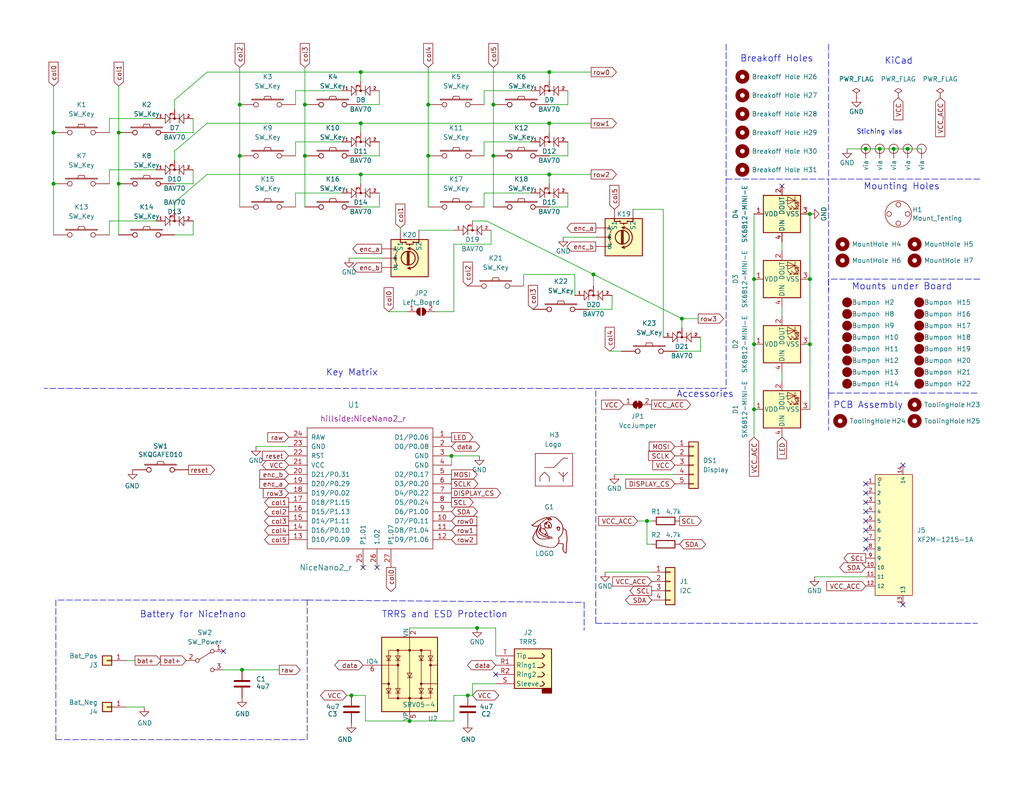
<source format=kicad_sch>
(kicad_sch (version 20211123) (generator eeschema)
  (paper "USLetter")
  (title_block (title "Hillside View 46 Keyboard") (date "2022-10-13") (rev "0.2.0") (company "ExAF") (comment 1 "SPI headers for the nice!view display and 12 pin connector for an I2C cirque trackpad") (comment 2 "The ring and pinky columns have splays of five and ten degrees.") (comment 3 "Outer pinky column is removable, and one encoder can be in two spots.") (comment 4 "A choc-spaced split keyboard with Ferris column stagger but more thumb and pinky keys."))
  (junction (at 83.185 28.575))
  (junction (at 205.74 76.2))
  (junction (at 66.04 182.88))
  (junction (at 186.055 86.995))
  (junction (at 205.74 93.98))
  (junction (at 111.76 196.85))
  (junction (at 32.385 50.165))
  (junction (at 149.86 47.625))
  (junction (at 161.925 74.93))
  (junction (at 243.84 40.64))
  (junction (at 220.98 93.98))
  (junction (at 134.62 42.545))
  (junction (at 127.635 189.865))
  (junction (at 65.405 28.575))
  (junction (at 123.19 124.46))
  (junction (at 65.405 42.545))
  (junction (at 205.74 111.76))
  (junction (at 14.605 50.165))
  (junction (at 130.175 171.45))
  (junction (at 116.84 42.545))
  (junction (at 32.385 36.195))
  (junction (at 98.425 19.685))
  (junction (at 83.185 42.545))
  (junction (at 149.86 19.685))
  (junction (at 149.86 33.655))
  (junction (at 134.62 28.575))
  (junction (at 247.65 40.64))
  (junction (at 14.605 36.195))
  (junction (at 98.425 47.625))
  (junction (at 116.84 28.575))
  (junction (at 95.885 189.865))
  (junction (at 240.03 40.64))
  (junction (at 98.425 33.655))
  (junction (at 220.98 76.2))
  (junction (at 236.22 40.64))
  (junction (at 220.98 58.42))
  (junction (at 176.53 142.24))
  (no_connect (at 213.36 50.8))
  (no_connect (at 102.87 154.94))
  (no_connect (at 135.255 184.15))
  (no_connect (at 246.38 165.1))
  (no_connect (at 236.22 134.62))
  (no_connect (at 236.22 137.16))
  (no_connect (at 236.22 139.7))
  (no_connect (at 236.22 132.08))
  (no_connect (at 236.22 149.86))
  (no_connect (at 236.22 142.24))
  (no_connect (at 236.22 144.78))
  (no_connect (at 236.22 147.32))
  (no_connect (at 246.38 127))
  (no_connect (at 99.06 154.94))
  (no_connect (at 60.96 177.8))
  (wire (pts (xy 172.72 57.15) (xy 180.975 57.15)))
  (wire (pts (xy 65.405 18.415) (xy 65.405 28.575)))
  (wire (pts (xy 47.625 27.305) (xy 56.515 19.685)))
  (wire (pts (xy 132.08 38.735) (xy 144.78 38.735)))
  (wire (pts (xy 83.185 18.415) (xy 83.185 28.575)))
  (wire (pts (xy 103.505 28.575) (xy 98.425 28.575)))
  (polyline (pts (xy 162.56 170.18) (xy 266.7 170.18)))
  (wire (pts (xy 123.825 85.09) (xy 118.745 85.09)))
  (wire (pts (xy 52.705 46.355) (xy 52.705 50.165)))
  (wire (pts (xy 154.94 28.575) (xy 154.94 24.765)))
  (wire (pts (xy 95.25 70.485) (xy 104.14 70.485)))
  (wire (pts (xy 127.635 189.865) (xy 128.905 189.865)))
  (wire (pts (xy 205.74 119.38) (xy 205.74 111.76)))
  (wire (pts (xy 32.385 36.195) (xy 32.385 50.165)))
  (wire (pts (xy 123.825 196.85) (xy 123.825 189.865)))
  (wire (pts (xy 32.385 50.165) (xy 32.385 64.135)))
  (wire (pts (xy 95.885 189.865) (xy 99.695 189.865)))
  (wire (pts (xy 56.515 19.685) (xy 98.425 19.685)))
  (polyline (pts (xy 198.12 12.065) (xy 198.12 106.045)))
  (wire (pts (xy 116.84 56.515) (xy 116.84 42.545)))
  (wire (pts (xy 156.845 74.93) (xy 156.845 80.645)))
  (wire (pts (xy 106.045 85.09) (xy 111.125 85.09)))
  (wire (pts (xy 176.53 148.59) (xy 177.8 148.59)))
  (wire (pts (xy 60.96 182.88) (xy 66.04 182.88)))
  (wire (pts (xy 123.19 124.46) (xy 123.19 127)))
  (wire (pts (xy 98.425 50.165) (xy 98.425 47.625)))
  (wire (pts (xy 154.94 42.545) (xy 149.86 42.545)))
  (wire (pts (xy 109.22 62.23) (xy 109.22 62.865)))
  (wire (pts (xy 205.74 76.2) (xy 205.74 58.42)))
  (wire (pts (xy 180.975 92.075) (xy 180.975 57.15)))
  (wire (pts (xy 65.405 56.515) (xy 65.405 42.545)))
  (wire (pts (xy 80.645 24.765) (xy 93.345 24.765)))
  (wire (pts (xy 132.715 60.325) (xy 161.925 74.93)))
  (wire (pts (xy 52.705 64.135) (xy 47.625 64.135)))
  (wire (pts (xy 14.605 36.195) (xy 14.605 50.165)))
  (wire (pts (xy 98.425 22.225) (xy 98.425 19.685)))
  (wire (pts (xy 205.74 111.76) (xy 205.74 93.98)))
  (wire (pts (xy 83.185 28.575) (xy 83.185 42.545)))
  (polyline (pts (xy 83.82 163.83) (xy 15.24 163.83)))
  (wire (pts (xy 186.055 86.995) (xy 186.055 89.535)))
  (wire (pts (xy 191.135 95.885) (xy 184.785 95.885)))
  (wire (pts (xy 165.1 156.21) (xy 177.8 156.21)))
  (wire (pts (xy 47.625 55.245) (xy 56.515 47.625)))
  (wire (pts (xy 123.19 124.46) (xy 130.81 124.46)))
  (wire (pts (xy 99.695 196.85) (xy 111.76 196.85)))
  (wire (pts (xy 166.37 95.885) (xy 169.545 95.885)))
  (wire (pts (xy 132.08 28.575) (xy 132.08 24.765)))
  (wire (pts (xy 47.625 27.305) (xy 47.625 29.845)))
  (wire (pts (xy 133.985 66.675) (xy 123.825 66.675)))
  (wire (pts (xy 103.505 42.545) (xy 103.505 38.735)))
  (wire (pts (xy 154.94 52.705) (xy 154.94 56.515)))
  (wire (pts (xy 80.645 56.515) (xy 80.645 52.705)))
  (wire (pts (xy 149.86 22.225) (xy 149.86 19.685)))
  (polyline (pts (xy 267.335 48.895) (xy 226.06 48.895)))
  (wire (pts (xy 14.605 23.495) (xy 14.605 36.195)))
  (wire (pts (xy 47.625 41.275) (xy 47.625 43.815)))
  (polyline (pts (xy 15.24 163.83) (xy 15.24 201.93)))
  (wire (pts (xy 111.76 171.45) (xy 130.175 171.45)))
  (wire (pts (xy 191.135 92.075) (xy 191.135 95.885)))
  (wire (pts (xy 132.08 24.765) (xy 144.78 24.765)))
  (wire (pts (xy 161.925 74.93) (xy 186.055 86.995)))
  (polyline (pts (xy 198.12 48.895) (xy 226.06 48.895)))
  (polyline (pts (xy 226.06 48.895) (xy 226.06 79.375)))
  (wire (pts (xy 98.425 42.545) (xy 103.505 42.545)))
  (polyline (pts (xy 83.82 201.93) (xy 83.82 163.83)))
  (wire (pts (xy 128.905 186.69) (xy 135.255 186.69)))
  (wire (pts (xy 132.08 42.545) (xy 132.08 38.735)))
  (wire (pts (xy 66.04 182.88) (xy 76.2 182.88)))
  (wire (pts (xy 135.255 171.45) (xy 135.255 179.07)))
  (wire (pts (xy 247.65 40.64) (xy 251.46 40.64)))
  (wire (pts (xy 220.98 76.2) (xy 220.98 58.42)))
  (wire (pts (xy 236.22 40.64) (xy 240.03 40.64)))
  (wire (pts (xy 149.86 36.195) (xy 149.86 33.655)))
  (wire (pts (xy 123.825 189.865) (xy 127.635 189.865)))
  (wire (pts (xy 186.055 86.995) (xy 190.5 86.995)))
  (wire (pts (xy 99.695 196.85) (xy 99.695 189.865)))
  (wire (pts (xy 111.76 196.85) (xy 123.825 196.85)))
  (wire (pts (xy 56.515 33.655) (xy 98.425 33.655)))
  (wire (pts (xy 52.705 50.165) (xy 47.625 50.165)))
  (wire (pts (xy 103.505 56.515) (xy 103.505 52.705)))
  (wire (pts (xy 134.62 42.545) (xy 134.62 56.515)))
  (wire (pts (xy 222.25 157.48) (xy 236.22 157.48)))
  (wire (pts (xy 220.98 93.98) (xy 220.98 76.2)))
  (wire (pts (xy 98.425 47.625) (xy 149.86 47.625)))
  (wire (pts (xy 80.645 52.705) (xy 93.345 52.705)))
  (wire (pts (xy 52.705 60.325) (xy 52.705 64.135)))
  (wire (pts (xy 176.53 142.24) (xy 173.99 142.24)))
  (wire (pts (xy 98.425 33.655) (xy 149.86 33.655)))
  (wire (pts (xy 34.29 193.04) (xy 39.37 193.04)))
  (wire (pts (xy 161.29 19.685) (xy 149.86 19.685)))
  (wire (pts (xy 154.94 38.735) (xy 154.94 42.545)))
  (wire (pts (xy 161.925 74.93) (xy 161.925 78.105)))
  (wire (pts (xy 177.8 142.24) (xy 176.53 142.24)))
  (wire (pts (xy 142.875 78.105) (xy 142.875 74.93)))
  (polyline (pts (xy 267.335 76.2) (xy 226.06 76.2)))
  (polyline (pts (xy 15.24 201.93) (xy 83.82 201.93)))
  (polyline (pts (xy 226.06 12.065) (xy 226.06 48.26)))
  (wire (pts (xy 114.3 62.865) (xy 123.825 62.865)))
  (wire (pts (xy 213.36 86.36) (xy 213.36 83.82)))
  (wire (pts (xy 94.615 189.865) (xy 95.885 189.865)))
  (wire (pts (xy 116.84 18.415) (xy 116.84 28.575)))
  (wire (pts (xy 123.825 66.675) (xy 123.825 85.09)))
  (wire (pts (xy 176.53 142.24) (xy 176.53 148.59)))
  (wire (pts (xy 103.505 28.575) (xy 103.505 24.765)))
  (wire (pts (xy 243.84 40.64) (xy 247.65 40.64)))
  (wire (pts (xy 160.655 84.455) (xy 167.005 84.455)))
  (wire (pts (xy 167.005 84.455) (xy 167.005 80.645)))
  (wire (pts (xy 29.845 46.355) (xy 42.545 46.355)))
  (wire (pts (xy 128.905 60.325) (xy 132.715 60.325)))
  (wire (pts (xy 205.74 93.98) (xy 205.74 76.2)))
  (polyline (pts (xy 226.06 107.315) (xy 266.7 107.315)))
  (polyline (pts (xy 162.56 106.68) (xy 162.56 170.18)))
  (polyline (pts (xy 83.82 163.83) (xy 159.385 164.465)))
  (wire (pts (xy 167.64 129.54) (xy 184.15 129.54)))
  (wire (pts (xy 29.845 50.165) (xy 29.845 46.355)))
  (wire (pts (xy 14.605 50.165) (xy 14.605 64.135)))
  (wire (pts (xy 98.425 36.195) (xy 98.425 33.655)))
  (wire (pts (xy 29.845 60.325) (xy 42.545 60.325)))
  (wire (pts (xy 32.385 23.495) (xy 32.385 36.195)))
  (wire (pts (xy 29.845 36.195) (xy 29.845 32.385)))
  (wire (pts (xy 161.29 47.625) (xy 149.86 47.625)))
  (wire (pts (xy 47.625 41.275) (xy 56.515 33.655)))
  (wire (pts (xy 220.98 111.76) (xy 220.98 93.98)))
  (wire (pts (xy 93.345 38.735) (xy 80.645 38.735)))
  (wire (pts (xy 130.175 171.45) (xy 135.255 171.45)))
  (wire (pts (xy 149.86 28.575) (xy 154.94 28.575)))
  (polyline (pts (xy 159.385 164.465) (xy 159.385 172.085)))
  (wire (pts (xy 29.845 32.385) (xy 42.545 32.385)))
  (wire (pts (xy 116.84 42.545) (xy 116.84 28.575)))
  (wire (pts (xy 134.62 28.575) (xy 134.62 42.545)))
  (wire (pts (xy 65.405 42.545) (xy 65.405 28.575)))
  (wire (pts (xy 29.845 64.135) (xy 29.845 60.325)))
  (wire (pts (xy 78.74 121.92) (xy 69.85 121.92)))
  (wire (pts (xy 144.78 52.705) (xy 132.08 52.705)))
  (wire (pts (xy 153.67 64.77) (xy 162.56 64.77)))
  (wire (pts (xy 231.14 40.64) (xy 236.22 40.64)))
  (wire (pts (xy 98.425 56.515) (xy 103.505 56.515)))
  (polyline (pts (xy 226.06 76.2) (xy 226.06 107.315)))
  (wire (pts (xy 52.705 36.195) (xy 47.625 36.195)))
  (polyline (pts (xy 226.06 107.315) (xy 226.06 117.475)))
  (wire (pts (xy 213.36 104.14) (xy 213.36 101.6)))
  (wire (pts (xy 80.645 28.575) (xy 80.645 24.765)))
  (wire (pts (xy 154.94 56.515) (xy 149.86 56.515)))
  (wire (pts (xy 34.29 180.34) (xy 36.83 180.34)))
  (wire (pts (xy 134.62 18.415) (xy 134.62 28.575)))
  (polyline (pts (xy 198.12 106.045) (xy 12.065 106.045)))
  (wire (pts (xy 128.905 186.69) (xy 128.905 189.865)))
  (wire (pts (xy 213.36 68.58) (xy 213.36 66.04)))
  (wire (pts (xy 98.425 19.685) (xy 149.86 19.685)))
  (wire (pts (xy 142.875 74.93) (xy 156.845 74.93)))
  (wire (pts (xy 149.86 33.655) (xy 161.29 33.655)))
  (wire (pts (xy 132.08 56.515) (xy 132.08 52.705)))
  (wire (pts (xy 52.705 32.385) (xy 52.705 36.195)))
  (wire (pts (xy 149.86 47.625) (xy 149.86 50.165)))
  (wire (pts (xy 133.985 62.865) (xy 133.985 66.675)))
  (wire (pts (xy 80.645 42.545) (xy 80.645 38.735)))
  (wire (pts (xy 240.03 40.64) (xy 243.84 40.64)))
  (wire (pts (xy 47.625 55.245) (xy 47.625 57.785)))
  (wire (pts (xy 56.515 47.625) (xy 98.425 47.625)))
  (wire (pts (xy 83.185 42.545) (xy 83.185 56.515)))
  (text "KiCad" (at 241.3 17.78 0) (effects (font (size 1.778 1.778)) (justify left bottom)))
  (text "Mounting Holes" (at 235.585 52.07 0) (effects (font (size 1.78 1.78)) (justify left bottom)))
  (text "Key Matrix" (at 88.9 102.87 0) (effects (font (size 1.778 1.778)) (justify left bottom)))
  (text "Battery for Nice!nano" (at 38.1 168.91 0) (effects (font (size 1.778 1.778)) (justify left bottom)))
  (text "TRRS and ESD Protection" (at 104.14 168.91 0) (effects (font (size 1.778 1.778)) (justify left bottom)))
  (text "PCB Assembly" (at 227.33 111.76 0) (effects (font (size 1.78 1.78)) (justify left bottom)))
  (text "Stiching vias" (at 233.68 36.83 0) (effects (font (size 1.27 1.27)) (justify left bottom)))
  (text "Breakoff Holes" (at 201.93 17.145 0) (effects (font (size 1.778 1.778)) (justify left bottom)))
  (text "Mounts under Board" (at 232.41 79.375 0) (effects (font (size 1.78 1.78)) (justify left bottom)))
  (text "Accessories" (at 184.561 108.7572 0) (effects (font (size 1.778 1.778)) (justify left bottom)))
  (global_label "row1" (shape input) (at 123.19 144.78 0) (property "Intersheet References" "${INTERSHEET_REFS}" (effects hide)))
  (global_label "enc_a" (shape input) (at 78.74 132.08 180) (property "Intersheet References" "${INTERSHEET_REFS}" (effects hide)))
  (global_label "col5" (shape output) (at 78.74 147.32 180) (property "Intersheet References" "${INTERSHEET_REFS}" (effects hide)))
  (global_label "col4" (shape input) (at 166.37 95.885 90) (property "Intersheet References" "${INTERSHEET_REFS}" (effects hide)))
  (global_label "col0" (shape input) (at 106.045 85.09 90) (property "Intersheet References" "${INTERSHEET_REFS}" (effects hide)))
  (global_label "enc_b" (shape output) (at 104.14 73.025 180) (property "Intersheet References" "${INTERSHEET_REFS}" (effects hide)))
  (global_label "VCC" (shape input) (at 245.11 26.67 270) (property "Intersheet References" "${INTERSHEET_REFS}" (effects hide)))
  (global_label "reset" (shape input) (at 78.74 124.46 180) (property "Intersheet References" "${INTERSHEET_REFS}" (effects hide)))
  (global_label "row0" (shape input) (at 123.19 142.24 0) (property "Intersheet References" "${INTERSHEET_REFS}" (effects hide)))
  (global_label "col2" (shape output) (at 78.74 139.7 180) (property "Intersheet References" "${INTERSHEET_REFS}" (effects hide)))
  (global_label "VCC_ACC" (shape output) (at 177.8 110.49 0) (property "Intersheet References" "${INTERSHEET_REFS}" (effects hide)))
  (global_label "col4" (shape output) (at 78.74 144.78 180) (property "Intersheet References" "${INTERSHEET_REFS}" (effects hide)))
  (global_label "VCC_ACC" (shape input) (at 177.8 158.75 180) (property "Intersheet References" "${INTERSHEET_REFS}" (effects hide)))
  (global_label "DISPLAY_CS" (shape input) (at 184.15 132.08 180) (property "Intersheet References" "${INTERSHEET_REFS}" (effects hide)))
  (global_label "VCC" (shape bidirectional) (at 78.74 127 180) (property "Intersheet References" "${INTERSHEET_REFS}" (effects hide)))
  (global_label "SDA" (shape bidirectional) (at 185.42 148.59 0) (property "Intersheet References" "${INTERSHEET_REFS}" (effects hide)))
  (global_label "row2" (shape input) (at 123.19 147.32 0) (property "Intersheet References" "${INTERSHEET_REFS}" (effects hide)))
  (global_label "col5" (shape input) (at 167.64 57.15 90) (property "Intersheet References" "${INTERSHEET_REFS}" (effects hide)))
  (global_label "SDA" (shape bidirectional) (at 177.8 163.83 180) (property "Intersheet References" "${INTERSHEET_REFS}" (effects hide)))
  (global_label "row3" (shape output) (at 190.5 86.995 0) (property "Intersheet References" "${INTERSHEET_REFS}" (effects hide)))
  (global_label "row3" (shape input) (at 78.74 134.62 180) (property "Intersheet References" "${INTERSHEET_REFS}" (effects hide)))
  (global_label "MOSI" (shape output) (at 123.19 129.54 0) (property "Intersheet References" "${INTERSHEET_REFS}" (effects hide)))
  (global_label "SCL" (shape output) (at 236.22 152.4 180) (property "Intersheet References" "${INTERSHEET_REFS}" (effects hide)))
  (global_label "raw" (shape input) (at 78.74 119.38 180) (property "Intersheet References" "${INTERSHEET_REFS}" (effects hide)))
  (global_label "col3" (shape input) (at 83.185 18.415 90) (property "Intersheet References" "${INTERSHEET_REFS}" (effects hide)))
  (global_label "SDA" (shape bidirectional) (at 123.19 139.7 0) (property "Intersheet References" "${INTERSHEET_REFS}" (effects hide)))
  (global_label "col1" (shape output) (at 78.74 137.16 180) (property "Intersheet References" "${INTERSHEET_REFS}" (effects hide)))
  (global_label "SCL" (shape output) (at 185.42 142.24 0) (property "Intersheet References" "${INTERSHEET_REFS}" (effects hide)))
  (global_label "col2" (shape input) (at 65.405 18.415 90) (property "Intersheet References" "${INTERSHEET_REFS}" (effects hide)))
  (global_label "SCLK" (shape output) (at 123.19 132.08 0) (property "Intersheet References" "${INTERSHEET_REFS}" (effects hide)))
  (global_label "VCC_ACC" (shape input) (at 173.99 142.24 180) (property "Intersheet References" "${INTERSHEET_REFS}" (effects hide)))
  (global_label "DISPLAY_CS" (shape output) (at 123.19 134.62 0) (property "Intersheet References" "${INTERSHEET_REFS}" (effects hide)))
  (global_label "col5" (shape input) (at 134.62 18.415 90) (property "Intersheet References" "${INTERSHEET_REFS}" (effects hide)))
  (global_label "LED" (shape input) (at 213.36 119.38 270) (property "Intersheet References" "${INTERSHEET_REFS}" (effects hide)))
  (global_label "col4" (shape input) (at 116.84 18.415 90) (property "Intersheet References" "${INTERSHEET_REFS}" (effects hide)))
  (global_label "row0" (shape output) (at 161.29 19.685 0) (property "Intersheet References" "${INTERSHEET_REFS}" (effects hide)))
  (global_label "enc_a" (shape output) (at 162.56 62.23 180) (property "Intersheet References" "${INTERSHEET_REFS}" (effects hide)))
  (global_label "LED" (shape output) (at 123.19 119.38 0) (property "Intersheet References" "${INTERSHEET_REFS}" (effects hide)))
  (global_label "enc_a" (shape output) (at 104.14 67.945 180) (property "Intersheet References" "${INTERSHEET_REFS}" (effects hide)))
  (global_label "enc_b" (shape input) (at 78.74 129.54 180) (property "Intersheet References" "${INTERSHEET_REFS}" (effects hide)))
  (global_label "SCL" (shape output) (at 123.19 137.16 0) (property "Intersheet References" "${INTERSHEET_REFS}" (effects hide)))
  (global_label "VCC" (shape bidirectional) (at 94.615 189.865 180) (property "Intersheet References" "${INTERSHEET_REFS}" (effects hide)))
  (global_label "row2" (shape output) (at 161.29 47.625 0) (property "Intersheet References" "${INTERSHEET_REFS}" (effects hide)))
  (global_label "col1" (shape input) (at 109.22 62.23 90) (property "Intersheet References" "${INTERSHEET_REFS}" (effects hide)))
  (global_label "MOSI" (shape input) (at 184.15 121.92 180) (property "Intersheet References" "${INTERSHEET_REFS}" (effects hide)))
  (global_label "col2" (shape input) (at 127.635 78.105 90) (property "Intersheet References" "${INTERSHEET_REFS}" (effects hide)))
  (global_label "col3" (shape output) (at 78.74 142.24 180) (property "Intersheet References" "${INTERSHEET_REFS}" (effects hide)))
  (global_label "reset" (shape output) (at 51.435 128.27 0) (property "Intersheet References" "${INTERSHEET_REFS}" (effects hide)))
  (global_label "SCL" (shape output) (at 177.8 161.29 180) (property "Intersheet References" "${INTERSHEET_REFS}" (effects hide)))
  (global_label "enc_b" (shape output) (at 162.56 67.31 180) (property "Intersheet References" "${INTERSHEET_REFS}" (effects hide)))
  (global_label "col0" (shape output) (at 106.68 154.94 270) (property "Intersheet References" "${INTERSHEET_REFS}" (effects hide)))
  (global_label "VCC_ACC" (shape input) (at 205.74 119.38 270) (property "Intersheet References" "${INTERSHEET_REFS}" (effects hide)))
  (global_label "VCC_ACC" (shape input) (at 236.22 160.02 180) (property "Intersheet References" "${INTERSHEET_REFS}" (effects hide)))
  (global_label "VCC" (shape input) (at 170.18 110.49 180) (property "Intersheet References" "${INTERSHEET_REFS}" (effects hide)))
  (global_label "raw" (shape output) (at 76.2 182.88 0) (property "Intersheet References" "${INTERSHEET_REFS}" (effects hide)))
  (global_label "bat+" (shape input) (at 50.8 180.34 180) (property "Intersheet References" "${INTERSHEET_REFS}" (effects hide)))
  (global_label "col3" (shape input) (at 145.415 84.455 90) (property "Intersheet References" "${INTERSHEET_REFS}" (effects hide)))
  (global_label "VCC" (shape bidirectional) (at 128.905 189.865 0) (property "Intersheet References" "${INTERSHEET_REFS}" (effects hide)))
  (global_label "VCC_ACC" (shape input) (at 256.54 26.67 270) (property "Intersheet References" "${INTERSHEET_REFS}" (effects hide)))
  (global_label "SDA" (shape bidirectional) (at 236.22 154.94 180) (property "Intersheet References" "${INTERSHEET_REFS}" (effects hide)))
  (global_label "bat+" (shape output) (at 36.83 180.34 0) (property "Intersheet References" "${INTERSHEET_REFS}" (effects hide)))
  (global_label "VCC" (shape input) (at 184.15 127 180) (property "Intersheet References" "${INTERSHEET_REFS}" (effects hide)))
  (global_label "col0" (shape input) (at 14.605 23.495 90) (property "Intersheet References" "${INTERSHEET_REFS}" (effects hide)))
  (global_label "data" (shape bidirectional) (at 135.255 181.61 180) (property "Intersheet References" "${INTERSHEET_REFS}" (effects hide)))
  (global_label "row1" (shape output) (at 161.29 33.655 0) (property "Intersheet References" "${INTERSHEET_REFS}" (effects hide)))
  (global_label "data" (shape bidirectional) (at 99.06 181.61 180) (property "Intersheet References" "${INTERSHEET_REFS}" (effects hide)))
  (global_label "SCLK" (shape input) (at 184.15 124.46 180) (property "Intersheet References" "${INTERSHEET_REFS}" (effects hide)))
  (global_label "data" (shape bidirectional) (at 123.19 121.92 0) (property "Intersheet References" "${INTERSHEET_REFS}" (effects hide)))
  (global_label "col1" (shape input) (at 32.385 23.495 90) (property "Intersheet References" "${INTERSHEET_REFS}" (effects hide)))
  (symbol (lib_id "hillside:SW_PUSH") (at 43.815 128.27 0) (mirror y) (unit 1)
    (property "Reference" "SW1" (at 43.815 121.793 0))
    (property "Value" "SKQGAFE010" (at 43.815 124.1044 0))
    (property "Footprint" "hillside_basic:SW_SPST_SKQG_WithStem" (effects hide))
    (property "Datasheet" "https://www.mouser.com/datasheet/2/15/SKQG-1155865.pdf" (effects hide))
    (property "LCSC" "C318884" (effects hide))
    (property "JLC Type" "Basic" (effects hide))
    (property "Price" ".02 @5+" (effects hide))
  )
  (symbol (lib_id "power:GND") (at 36.195 128.27 0) (mirror y) (unit 1)
    (property "Reference" "#PWR04" (effects hide))
    (property "Value" "GND" (at 36.068 132.6642 0))
  )
  (symbol (lib_id "hillside_basic:SK6812-MINI-E") (at 213.36 111.76 90) (unit 1)
    (property "Reference" "D1" (at 200.66 111.76 0))
    (property "Value" "SK6812-MINI-E" (at 203.2 111.76 0))
    (property "Footprint" "hillside_basic:SK6812-MINI-E" (effects hide))
    (property "Datasheet" "https://cdn-shop.adafruit.com/datasheets/WS2812B.pdf" (effects hide))
    (property "Config" "Optional" (effects hide))
  )
  (symbol (lib_id "hillside_basic:SK6812-MINI-E") (at 213.36 93.98 90) (unit 1)
    (property "Reference" "D2" (at 200.66 93.98 0))
    (property "Value" "SK6812-MINI-E" (at 203.2 93.98 0))
    (property "Footprint" "hillside_basic:SK6812-MINI-E" (effects hide))
    (property "Datasheet" "https://cdn-shop.adafruit.com/datasheets/WS2812B.pdf" (effects hide))
    (property "Config" "Optional" (effects hide))
  )
  (symbol (lib_id "power:GND") (at 233.68 26.67 0) (unit 1)
    (property "Reference" "#PWR06" (effects hide))
    (property "Value" "GND" (at 233.68 30.48 0))
  )
  (symbol (lib_id "power:GND") (at 220.98 58.42 90) (unit 1)
    (property "Reference" "#PWR05" (effects hide))
    (property "Value" "GND" (at 224.79 58.42 0))
  )
  (symbol (lib_id "hillside:Mount_Tenting") (at 245.11 58.42 0) (unit 1) (in_bom no)
    (property "Reference" "H1" (at 248.92 56.515 0) (effects (justify left top)))
    (property "Value" "Mount_Tenting" (at 248.92 60.325 0) (effects (justify left bottom)))
    (property "Footprint" "hillside:Tenting_Puck" (effects hide))
    (property "Config" "do not fit" (effects hide))
  )
  (symbol (lib_id "hillside_basic:SK6812-MINI-E") (at 213.36 76.2 90) (unit 1)
    (property "Reference" "D3" (at 200.66 76.2 0))
    (property "Value" "SK6812-MINI-E" (at 203.2 76.2 0))
    (property "Footprint" "hillside_basic:SK6812-MINI-E" (effects hide))
    (property "Datasheet" "https://cdn-shop.adafruit.com/datasheets/WS2812B.pdf" (effects hide))
    (property "Config" "Optional" (effects hide))
  )
  (symbol (lib_id "hillside_basic:SK6812-MINI-E") (at 213.36 58.42 90) (unit 1)
    (property "Reference" "D4" (at 200.66 58.42 0))
    (property "Value" "SK6812-MINI-E" (at 203.2 58.42 0))
    (property "Footprint" "hillside_basic:SK6812-MINI-E" (effects hide))
    (property "Datasheet" "https://cdn-shop.adafruit.com/datasheets/WS2812B.pdf" (effects hide))
    (property "Config" "Optional" (effects hide))
  )
  (symbol (lib_id "hillside_basic:Via") (at 240.03 40.64 270) (unit 1) (in_bom no)
    (property "Reference" "V2" (effects hide))
    (property "Value" "Via" (effects hide))
    (property "Footprint" "hillside_basic:VIA-0.8mm" (effects hide))
    (property "Config" "do not fit" (effects hide))
  )
  (symbol (lib_id "power:GND") (at 231.14 40.64 0) (unit 1)
    (property "Reference" "#PWR0102" (effects hide))
    (property "Value" "GND" (at 231.14 44.45 0))
  )
  (symbol (lib_id "hillside:NiceNano2_r") (at 95.25 137.16 0) (unit 1)
    (property "Reference" "U1" (at 96.52 110.49 0) (effects (font (size 1.524 1.524))))
    (property "Value" "NiceNano2_r" (at 88.9 154.94 0) (effects (font (size 1.524 1.524))))
    (property "Footprint" "hillside:NiceNano2_r" (at 99.06 114.3 0) (effects (font (size 1.524 1.524))))
  )
  (symbol (lib_name "SW_Key_6") (lib_id "hillside:SW_Key") (at 22.225 64.135 0) (unit 1)
    (property "Reference" "K13" (at 22.225 56.515 0))
    (property "Value" "SW_Key" (at 22.225 59.055 0))
    (property "Footprint" "hillside:pg1350-R_hotswap" (effects hide))
  )
  (symbol (lib_name "SW_Key_3") (lib_id "hillside:SW_Key") (at 40.005 64.135 0) (unit 1)
    (property "Reference" "K14" (at 40.005 56.515 0))
    (property "Value" "SW_Key" (at 40.005 59.055 0))
    (property "Footprint" "hillside:pg1350-R_hotswap" (effects hide))
  )
  (symbol (lib_id "hillside:SW_Key") (at 177.165 95.885 0) (unit 1)
    (property "Reference" "K23" (at 177.165 88.265 0))
    (property "Value" "SW_Key" (at 177.165 90.805 0))
    (property "Footprint" "hillside:pg1350-R_hotswap" (effects hide))
  )
  (symbol (lib_name "SW_Key_11") (lib_id "hillside:SW_Key") (at 73.025 42.545 0) (unit 1)
    (property "Reference" "K9" (at 73.025 34.925 0))
    (property "Value" "SW_Key" (at 73.025 37.465 0))
    (property "Footprint" "hillside:pg1350-R_hotswap" (effects hide))
  )
  (symbol (lib_name "SW_Key_9") (lib_id "hillside:SW_Key") (at 90.805 42.545 0) (unit 1)
    (property "Reference" "K10" (at 90.805 34.925 0))
    (property "Value" "SW_Key" (at 90.805 37.465 0))
    (property "Footprint" "hillside:pg1350-R_hotswap" (effects hide))
  )
  (symbol (lib_name "SW_Key_7") (lib_id "hillside:SW_Key") (at 73.025 56.515 0) (unit 1)
    (property "Reference" "K15" (at 73.025 48.895 0))
    (property "Value" "SW_Key" (at 73.025 51.435 0))
    (property "Footprint" "hillside:pg1350-R_hotswap" (effects hide))
  )
  (symbol (lib_name "SW_Key_8") (lib_id "hillside:SW_Key") (at 90.805 56.515 0) (unit 1)
    (property "Reference" "K16" (at 90.805 48.895 0))
    (property "Value" "SW_Key" (at 90.805 51.435 0))
    (property "Footprint" "hillside:pg1350-R_hotswap" (effects hide))
  )
  (symbol (lib_name "SW_Key_2") (lib_id "hillside:SW_Key") (at 22.225 36.195 0) (unit 1)
    (property "Reference" "K1" (at 22.225 28.575 0))
    (property "Value" "SW_Key" (at 22.225 31.115 0))
    (property "Footprint" "hillside:pg1350-R_hotswap" (effects hide))
  )
  (symbol (lib_name "SW_Key_4") (lib_id "hillside:SW_Key") (at 40.005 36.195 0) (unit 1)
    (property "Reference" "K2" (at 40.005 28.575 0))
    (property "Value" "SW_Key" (at 40.005 31.115 0))
    (property "Footprint" "hillside:pg1350-R_hotswap" (effects hide))
  )
  (symbol (lib_name "SW_Key_15") (lib_id "hillside:SW_Key") (at 124.46 28.575 0) (unit 1)
    (property "Reference" "K5" (at 124.46 20.955 0))
    (property "Value" "SW_Key" (at 124.46 23.495 0))
    (property "Footprint" "hillside:pg1350-R_hotswap" (effects hide))
  )
  (symbol (lib_name "SW_Key_13") (lib_id "hillside:SW_Key") (at 142.24 28.575 0) (unit 1)
    (property "Reference" "K6" (at 142.24 20.955 0))
    (property "Value" "SW_Key" (at 142.24 23.495 0))
    (property "Footprint" "hillside:pg1350-R_hotswap" (effects hide))
  )
  (symbol (lib_name "SW_Key_14") (lib_id "hillside:SW_Key") (at 124.46 42.545 0) (unit 1)
    (property "Reference" "K11" (at 124.46 34.925 0))
    (property "Value" "SW_Key" (at 124.46 37.465 0))
    (property "Footprint" "hillside:pg1350-R_hotswap" (effects hide))
  )
  (symbol (lib_name "SW_Key_16") (lib_id "hillside:SW_Key") (at 142.24 42.545 0) (unit 1)
    (property "Reference" "K12" (at 142.24 34.925 0))
    (property "Value" "SW_Key" (at 142.24 37.465 0))
    (property "Footprint" "hillside:pg1350-R_hotswap" (effects hide))
  )
  (symbol (lib_name "SW_Key_19") (lib_id "hillside:SW_Key") (at 124.46 56.515 0) (unit 1)
    (property "Reference" "K17" (at 124.46 48.895 0))
    (property "Value" "SW_Key" (at 124.46 51.435 0))
    (property "Footprint" "hillside:pg1350-R_hotswap" (effects hide))
  )
  (symbol (lib_name "SW_Key_18") (lib_id "hillside:SW_Key") (at 142.24 56.515 0) (unit 1)
    (property "Reference" "K18" (at 142.24 48.895 0))
    (property "Value" "SW_Key" (at 142.24 51.435 0))
    (property "Footprint" "hillside:pg1350-R_hotswap" (effects hide))
  )
  (symbol (lib_name "SW_Key_12") (lib_id "hillside:SW_Key") (at 73.025 28.575 0) (unit 1)
    (property "Reference" "K3" (at 73.025 20.955 0))
    (property "Value" "SW_Key" (at 73.025 23.495 0))
    (property "Footprint" "hillside:pg1350-R_hotswap" (effects hide))
  )
  (symbol (lib_name "SW_Key_10") (lib_id "hillside:SW_Key") (at 90.805 28.575 0) (unit 1)
    (property "Reference" "K4" (at 90.805 20.955 0))
    (property "Value" "SW_Key" (at 90.805 23.495 0))
    (property "Footprint" "hillside:pg1350-R_hotswap" (effects hide))
  )
  (symbol (lib_name "SW_Key_1") (lib_id "hillside:SW_Key") (at 22.225 50.165 0) (unit 1)
    (property "Reference" "K7" (at 22.225 42.545 0))
    (property "Value" "SW_Key" (at 22.225 45.085 0))
    (property "Footprint" "hillside:pg1350-R_hotswap" (effects hide))
  )
  (symbol (lib_name "SW_Key_5") (lib_id "hillside:SW_Key") (at 40.005 50.165 0) (unit 1)
    (property "Reference" "K8" (at 40.005 42.545 0))
    (property "Value" "SW_Key" (at 40.005 45.085 0))
    (property "Footprint" "hillside:pg1350-R_hotswap" (effects hide))
  )
  (symbol (lib_id "power:PWR_FLAG") (at 233.68 26.67 0) (unit 1)
    (property "Reference" "#FLG02" (effects hide))
    (property "Value" "PWR_FLAG" (at 233.68 21.59 0))
  )
  (symbol (lib_id "power:PWR_FLAG") (at 245.11 26.67 0) (unit 1)
    (property "Reference" "#FLG01" (effects hide))
    (property "Value" "PWR_FLAG" (at 245.11 21.59 0))
  )
  (symbol (lib_id "power:GND") (at 69.85 121.92 0) (unit 1)
    (property "Reference" "#PWR02" (effects hide))
    (property "Value" "GND" (at 69.85 125.73 0))
  )
  (symbol (lib_id "hillside:SW_Rotary") (at 111.76 70.485 0) (unit 1)
    (property "Reference" "K20" (at 111.76 64.135 0))
    (property "Value" "SW_Rotary" (effects hide))
    (property "Footprint" "hillside:pg1350-DR_rotary_hotswap" (effects hide))
  )
  (symbol (lib_name "BAV70_Small_1") (lib_id "hillside_basic:BAV70_Small") (at 47.625 32.385 0) (mirror x) (unit 1)
    (property "Reference" "D7" (at 47.625 34.925 0))
    (property "Value" "BAV70" (at 47.625 37.465 0))
    (property "Footprint" "hillside_basic:SOT-23" (effects hide))
    (property "Datasheet" "https://assets.nexperia.com/documents/data-sheet/BAV70_SER.pdf" (effects hide))
    (property "LCSC" "C68978" (effects hide))
    (property "JLC Type" "Basic" (effects hide))
    (property "Price" ".02 @15+" (effects hide))
  )
  (symbol (lib_name "BAV70_Small_5") (lib_id "hillside_basic:BAV70_Small") (at 98.425 24.765 0) (mirror x) (unit 1)
    (property "Reference" "D8" (at 98.425 27.305 0))
    (property "Value" "BAV70" (at 98.425 29.845 0))
    (property "Footprint" "hillside_basic:SOT-23" (effects hide))
    (property "Datasheet" "https://assets.nexperia.com/documents/data-sheet/BAV70_SER.pdf" (effects hide))
    (property "LCSC" "C68978" (effects hide))
    (property "JLC Type" "Basic" (effects hide))
    (property "Price" ".02 @15+" (effects hide))
  )
  (symbol (lib_name "BAV70_Small_7") (lib_id "hillside_basic:BAV70_Small") (at 149.86 24.765 0) (mirror x) (unit 1)
    (property "Reference" "D9" (at 149.86 27.305 0))
    (property "Value" "BAV70" (at 149.86 29.845 0))
    (property "Footprint" "hillside_basic:SOT-23" (effects hide))
    (property "Datasheet" "https://assets.nexperia.com/documents/data-sheet/BAV70_SER.pdf" (effects hide))
    (property "LCSC" "C68978" (effects hide))
    (property "JLC Type" "Basic" (effects hide))
    (property "Price" ".02 @15+" (effects hide))
  )
  (symbol (lib_name "SW_Key_20") (lib_id "hillside:SW_Key") (at 135.255 78.105 0) (unit 1)
    (property "Reference" "K21" (at 135.255 70.485 0))
    (property "Value" "SW_Key" (at 135.255 73.025 0))
    (property "Footprint" "hillside:pg1350-R_hotswap" (effects hide))
  )
  (symbol (lib_name "SW_Key_17") (lib_id "hillside:SW_Key") (at 153.035 84.455 0) (unit 1)
    (property "Reference" "K22" (at 153.035 76.835 0))
    (property "Value" "SW_Key" (at 153.035 79.375 0))
    (property "Footprint" "hillside:pg1350-R_hotswap" (effects hide))
  )
  (symbol (lib_name "BAV70_Small_8") (lib_id "hillside_basic:BAV70_Small") (at 149.86 38.735 0) (mirror x) (unit 1)
    (property "Reference" "D12" (at 149.86 41.275 0))
    (property "Value" "BAV70" (at 149.86 43.815 0))
    (property "Footprint" "hillside_basic:SOT-23" (effects hide))
    (property "Datasheet" "https://assets.nexperia.com/documents/data-sheet/BAV70_SER.pdf" (effects hide))
    (property "LCSC" "C68978" (effects hide))
    (property "JLC Type" "Basic" (effects hide))
    (property "Price" ".02 @15+" (effects hide))
  )
  (symbol (lib_name "BAV70_Small_2") (lib_id "hillside_basic:BAV70_Small") (at 47.625 46.355 0) (mirror x) (unit 1)
    (property "Reference" "D10" (at 47.625 48.895 0))
    (property "Value" "BAV70" (at 47.625 51.435 0))
    (property "Footprint" "hillside_basic:SOT-23" (effects hide))
    (property "Datasheet" "https://assets.nexperia.com/documents/data-sheet/BAV70_SER.pdf" (effects hide))
    (property "LCSC" "C68978" (effects hide))
    (property "JLC Type" "Basic" (effects hide))
    (property "Price" ".02 @15+" (effects hide))
  )
  (symbol (lib_name "BAV70_Small_3") (lib_id "hillside_basic:BAV70_Small") (at 47.625 60.325 0) (mirror x) (unit 1)
    (property "Reference" "D13" (at 47.625 57.785 0))
    (property "Value" "BAV70" (at 47.625 55.245 0))
    (property "Footprint" "hillside_basic:SOT-23" (effects hide))
    (property "Datasheet" "https://assets.nexperia.com/documents/data-sheet/BAV70_SER.pdf" (effects hide))
    (property "LCSC" "C68978" (effects hide))
    (property "JLC Type" "Basic" (effects hide))
    (property "Price" ".02 @15+" (effects hide))
  )
  (symbol (lib_id "Connector_Generic:Conn_01x01") (at 29.21 180.34 180) (unit 1) (in_bom no)
    (property "Reference" "J3" (at 26.67 181.61 0) (effects (justify left)))
    (property "Value" "Bat_Pos" (at 26.67 179.07 0) (effects (justify left)))
    (property "Footprint" "hillside_basic:1pin_conn" (effects hide))
    (property "Config" "do not fit" (effects hide))
  )
  (symbol (lib_id "Connector_Generic:Conn_01x01") (at 29.21 193.04 180) (unit 1) (in_bom no)
    (property "Reference" "J4" (at 26.67 194.31 0) (effects (justify left)))
    (property "Value" "Bat_Neg" (at 26.67 191.77 0) (effects (justify left)))
    (property "Footprint" "hillside_basic:1pin_conn" (effects hide))
    (property "Config" "do not fit" (effects hide))
  )
  (symbol (lib_id "power:GND") (at 39.37 193.04 0) (unit 1)
    (property "Reference" "#PWR01" (effects hide))
    (property "Value" "GND" (at 39.497 197.4342 0))
  )
  (symbol (lib_id "Switch:SW_SPDT") (at 55.88 180.34 0) (unit 1)
    (property "Reference" "SW2" (at 55.88 172.72 0))
    (property "Value" "SW_Power" (at 55.88 175.26 0))
    (property "Footprint" "hillside_basic:SW_SPDT_JS202011AQN" (effects hide))
    (property "LCSC" "C221662" (effects hide))
    (property "JLC Type" "Extended" (effects hide))
    (property "Price" ".43 @2+" (effects hide))
  )
  (symbol (lib_id "Jumper:SolderJumper_2_Bridged") (at 173.99 110.49 0) (unit 1) (in_bom no)
    (property "Reference" "JP1" (at 173.99 113.665 0))
    (property "Value" "VccJumper" (at 173.99 116.205 0))
    (property "Footprint" "Jumper:SolderJumper-2_P1.3mm_Bridged_RoundedPad1.0x1.5mm" (effects hide))
    (property "Config" "do not fit" (effects hide))
  )
  (symbol (lib_id "power:PWR_FLAG") (at 256.54 26.67 0) (unit 1)
    (property "Reference" "#FLG0101" (effects hide))
    (property "Value" "PWR_FLAG" (at 256.54 21.59 0))
  )
  (symbol (lib_name "BAV70_Small_4") (lib_id "hillside_basic:BAV70_Small") (at 98.425 38.735 0) (mirror x) (unit 1)
    (property "Reference" "D11" (at 98.425 41.275 0))
    (property "Value" "BAV70" (at 98.425 43.815 0))
    (property "Footprint" "hillside_basic:SOT-23" (effects hide))
    (property "Datasheet" "https://assets.nexperia.com/documents/data-sheet/BAV70_SER.pdf" (effects hide))
    (property "LCSC" "C68978" (effects hide))
    (property "JLC Type" "Basic" (effects hide))
    (property "Price" ".02 @15+" (effects hide))
  )
  (symbol (lib_name "BAV70_Small_6") (lib_id "hillside_basic:BAV70_Small") (at 98.425 52.705 0) (mirror x) (unit 1)
    (property "Reference" "D14" (at 98.425 55.245 0))
    (property "Value" "BAV70" (at 98.425 57.785 0))
    (property "Footprint" "hillside_basic:SOT-23" (effects hide))
    (property "Datasheet" "https://assets.nexperia.com/documents/data-sheet/BAV70_SER.pdf" (effects hide))
    (property "LCSC" "C68978" (effects hide))
    (property "JLC Type" "Basic" (effects hide))
    (property "Price" ".02 @15+" (effects hide))
  )
  (symbol (lib_name "BAV70_Small_9") (lib_id "hillside_basic:BAV70_Small") (at 149.86 52.705 0) (mirror x) (unit 1)
    (property "Reference" "D15" (at 149.86 55.245 0))
    (property "Value" "BAV70" (at 149.86 57.785 0))
    (property "Footprint" "hillside_basic:SOT-23" (effects hide))
    (property "Datasheet" "https://assets.nexperia.com/documents/data-sheet/BAV70_SER.pdf" (effects hide))
    (property "LCSC" "C68978" (effects hide))
    (property "JLC Type" "Basic" (effects hide))
    (property "Price" ".02 @15+" (effects hide))
  )
  (symbol (lib_id "hillside_basic:BAV70_Small") (at 128.905 62.865 0) (mirror x) (unit 1)
    (property "Reference" "D19" (at 128.905 65.405 0))
    (property "Value" "BAV70" (at 128.905 67.945 0))
    (property "Footprint" "hillside_basic:SOT-23" (effects hide))
    (property "Datasheet" "https://assets.nexperia.com/documents/data-sheet/BAV70_SER.pdf" (effects hide))
    (property "LCSC" "C68978" (effects hide))
    (property "JLC Type" "Basic" (effects hide))
    (property "Price" ".02 @15+" (effects hide))
  )
  (symbol (lib_name "BAV70_Small_10") (lib_id "hillside_basic:BAV70_Small") (at 161.925 80.645 0) (mirror x) (unit 1)
    (property "Reference" "D20" (at 161.925 83.185 0))
    (property "Value" "BAV70" (at 161.925 85.725 0))
    (property "Footprint" "hillside_basic:SOT-23" (effects hide))
    (property "Datasheet" "https://assets.nexperia.com/documents/data-sheet/BAV70_SER.pdf" (effects hide))
    (property "LCSC" "C68978" (effects hide))
    (property "JLC Type" "Basic" (effects hide))
    (property "Price" ".02 @15+" (effects hide))
  )
  (symbol (lib_name "BAV70_Small_11") (lib_id "hillside_basic:BAV70_Small") (at 186.055 92.075 0) (mirror x) (unit 1)
    (property "Reference" "D21" (at 186.055 94.615 0))
    (property "Value" "BAV70" (at 186.055 97.155 0))
    (property "Footprint" "hillside_basic:SOT-23" (effects hide))
    (property "Datasheet" "https://assets.nexperia.com/documents/data-sheet/BAV70_SER.pdf" (effects hide))
    (property "LCSC" "C68978" (effects hide))
    (property "JLC Type" "Basic" (effects hide))
    (property "Price" ".02 @15+" (effects hide))
  )
  (symbol (lib_id "hillside_basic:Via") (at 243.84 40.64 270) (unit 1) (in_bom no)
    (property "Reference" "V3" (effects hide))
    (property "Value" "Via" (effects hide))
    (property "Footprint" "hillside_basic:VIA-0.8mm" (effects hide))
    (property "Config" "do not fit" (effects hide))
  )
  (symbol (lib_id "hillside_basic:Via") (at 247.65 40.64 270) (unit 1) (in_bom no)
    (property "Reference" "V4" (effects hide))
    (property "Value" "Via" (effects hide))
    (property "Footprint" "hillside_basic:VIA-0.8mm" (effects hide))
    (property "Config" "do not fit" (effects hide))
  )
  (symbol (lib_id "hillside_basic:Via") (at 251.46 40.64 270) (unit 1) (in_bom no)
    (property "Reference" "V5" (effects hide))
    (property "Value" "Via" (effects hide))
    (property "Footprint" "hillside_basic:VIA-0.8mm" (effects hide))
    (property "Config" "do not fit" (effects hide))
  )
  (symbol (lib_id "power:GND") (at 130.81 124.46 0) (unit 1)
    (property "Reference" "#PWR0103" (effects hide))
    (property "Value" "GND" (at 130.81 128.27 0))
  )
  (symbol (lib_id "power:GND") (at 66.04 190.5 0) (unit 1)
    (property "Reference" "#PWR08" (effects hide))
    (property "Value" "GND" (at 66.167 194.8942 0))
  )
  (symbol (lib_id "Device:C") (at 66.04 186.69 0) (unit 1)
    (property "Reference" "C1" (at 69.85 185.42 0) (effects (justify left)))
    (property "Value" "4u7" (at 69.85 186.69 0) (effects (justify left top)))
    (property "Footprint" "hillside_basic:C_0805_2012Metric" (effects hide))
    (property "JLC Type" "Basic" (effects hide))
    (property "LCSC" "C1779" (effects hide))
    (property "Price" ".01 @20+" (effects hide))
  )
  (symbol (lib_id "hillside:Logo") (at 151.13 130.175 0) (unit 1) (in_bom no)
    (property "Reference" "H3" (at 149.86 118.745 0) (effects (justify left)))
    (property "Value" "Logo" (at 148.59 121.285 0) (effects (justify left)))
    (property "Footprint" "hillside:Hillside_Logo" (effects hide))
    (property "Config" "do not fit" (effects hide))
  )
  (symbol (lib_id "Mechanical:MountingHole") (at 249.555 66.675 0) (unit 1)
    (property "Reference" "H5" (at 262.89 66.675 0) (effects (justify left)))
    (property "Value" "MountHole" (at 252.095 66.675 0) (effects (justify left)))
    (property "Footprint" "hillside:MountingHole_2.2mm_with_PCB_insert_rings" (effects hide))
    (property "Config" "do not fit" (effects hide))
  )
  (symbol (lib_id "Mechanical:MountingHole") (at 229.87 66.675 0) (unit 1)
    (property "Reference" "H4" (at 243.205 66.675 0) (effects (justify left)))
    (property "Value" "MountHole" (at 232.41 66.675 0) (effects (justify left)))
    (property "Footprint" "hillside:MountingHole_2.2mm_with_PCB_insert_rings" (effects hide))
    (property "Config" "do not fit" (effects hide))
  )
  (symbol (lib_id "Mechanical:MountingHole") (at 229.87 71.12 0) (unit 1)
    (property "Reference" "H6" (at 243.205 71.12 0) (effects (justify left)))
    (property "Value" "MountHole" (at 232.41 71.12 0) (effects (justify left)))
    (property "Footprint" "hillside:MountingHole_2.2mm_with_PCB_insert_rings" (effects hide))
    (property "Config" "do not fit" (effects hide))
  )
  (symbol (lib_id "Mechanical:MountingHole") (at 249.555 71.12 0) (unit 1)
    (property "Reference" "H7" (at 262.89 71.12 0) (effects (justify left)))
    (property "Value" "MountHole" (at 252.095 71.12 0) (effects (justify left)))
    (property "Footprint" "hillside:MountingHole_2.2mm_with_PCB_insert_rings" (effects hide))
    (property "Config" "do not fit" (effects hide))
  )
  (symbol (lib_id "Mechanical:MountingHole") (at 202.565 46.355 0) (unit 1) (in_bom no)
    (property "Reference" "H31" (at 219.075 46.355 0) (effects (justify left)))
    (property "Value" "Breakoff Hole" (at 205.105 46.355 0) (effects (justify left)))
    (property "Footprint" "hillside_basic:HoleBreakoff_1mm" (effects hide))
    (property "Config" "do not fit" (effects hide))
  )
  (symbol (lib_id "Mechanical:MountingHole") (at 229.235 114.935 0) (unit 1) (in_bom no)
    (property "Reference" "H24" (at 243.205 114.935 0) (effects (justify left)))
    (property "Value" "ToolingHole" (at 231.775 114.935 0) (effects (justify left)))
    (property "Footprint" "hillside_basic:ToolingHole_1.152mm" (effects hide))
    (property "Config" "do not fit" (effects hide))
  )
  (symbol (lib_id "power:GND") (at 95.885 197.485 0) (unit 1)
    (property "Reference" "#PWR011" (effects hide))
    (property "Value" "GND" (at 94.107 201.8792 0))
  )
  (symbol (lib_id "Connector_Generic:Conn_01x04") (at 182.88 158.75 0) (unit 1)
    (property "Reference" "J1" (at 185.42 158.7499 0) (effects (justify left)))
    (property "Value" "I2C" (at 185.42 161.2899 0) (effects (justify left)))
    (property "Footprint" "Connector_PinHeader_2.54mm:PinHeader_1x04_P2.54mm_Vertical" (effects hide))
  )
  (symbol (lib_id "hillside:TRRS") (at 137.795 181.61 0) (unit 1)
    (property "Reference" "J2" (at 142.875 172.72 0) (effects (justify left)))
    (property "Value" "TRRS" (at 141.605 175.26 0) (effects (justify left)))
    (property "Footprint" "hillside:MJ-4PP-9" (effects hide))
  )
  (symbol (lib_id "Mechanical:MountingHole") (at 202.565 31.115 0) (unit 1) (in_bom no)
    (property "Reference" "H28" (at 219.075 31.115 0) (effects (justify left)))
    (property "Value" "Breakoff Hole" (at 205.105 31.115 0) (effects (justify left)))
    (property "Footprint" "hillside_basic:HoleBreakoff_1mm" (effects hide))
    (property "Config" "do not fit" (effects hide))
  )
  (symbol (lib_id "hillside_basic:Via") (at 236.22 40.64 270) (unit 1) (in_bom no)
    (property "Reference" "V1" (effects hide))
    (property "Value" "Via" (effects hide))
    (property "Footprint" "hillside_basic:VIA-0.8mm" (effects hide))
    (property "Config" "do not fit" (effects hide))
  )
  (symbol (lib_id "Device:R") (at 181.61 142.24 90) (unit 1)
    (property "Reference" "R1" (at 180.34 139.7 90) (effects (justify left)))
    (property "Value" "4.7k" (at 181.61 139.7 90) (effects (justify right)))
    (property "Footprint" "hillside_basic:R_0805_2012Metric" (effects hide))
    (property "LCSC" "C17673" (effects hide))
    (property "JLC Type" "Basic" (effects hide))
    (property "Price" ".002 @20+" (effects hide))
    (property "Config" "Optional" (effects hide))
  )
  (symbol (lib_id "hillside_basic:Bumpon") (at 231.14 95.25 0) (unit 1) (in_bom no)
    (property "Reference" "H11" (at 241.3 95.25 0) (effects (justify left)))
    (property "Value" "Bumpon" (at 232.41 95.25 0) (effects (justify left)))
    (property "Footprint" "hillside:Bumpon" (effects hide))
    (property "Config" "do not fit" (effects hide))
  )
  (symbol (lib_id "Mechanical:MountingHole") (at 202.565 26.035 0) (unit 1) (in_bom no)
    (property "Reference" "H27" (at 219.075 26.035 0) (effects (justify left)))
    (property "Value" "Breakoff Hole" (at 205.105 26.035 0) (effects (justify left)))
    (property "Footprint" "hillside_basic:HoleBreakoff_1mm" (effects hide))
    (property "Config" "do not fit" (effects hide))
  )
  (symbol (lib_id "power:GND") (at 153.67 64.77 0) (unit 1)
    (property "Reference" "#PWR07" (effects hide))
    (property "Value" "GND" (at 153.67 68.58 0))
  )
  (symbol (lib_id "power:GND") (at 127.635 197.485 0) (unit 1)
    (property "Reference" "#PWR010" (effects hide))
    (property "Value" "GND" (at 127.762 201.8792 0))
  )
  (symbol (lib_id "hillside_basic:Bumpon") (at 231.14 104.775 0) (unit 1) (in_bom no)
    (property "Reference" "H14" (at 241.3 104.775 0) (effects (justify left)))
    (property "Value" "Bumpon" (at 232.41 104.775 0) (effects (justify left)))
    (property "Footprint" "hillside:Bumpon" (effects hide))
    (property "Config" "do not fit" (effects hide))
  )
  (symbol (lib_id "hillside_basic:Bumpon") (at 231.14 85.725 0) (unit 1) (in_bom no)
    (property "Reference" "H8" (at 241.3 85.725 0) (effects (justify left)))
    (property "Value" "Bumpon" (at 232.41 85.725 0) (effects (justify left)))
    (property "Footprint" "hillside:Bumpon" (effects hide))
    (property "Config" "do not fit" (effects hide))
  )
  (symbol (lib_id "power:GND") (at 222.25 157.48 0) (unit 1)
    (property "Reference" "#PWR0105" (effects hide))
    (property "Value" "GND" (at 222.25 161.29 0))
  )
  (symbol (lib_id "Mechanical:MountingHole") (at 202.565 36.195 0) (unit 1) (in_bom no)
    (property "Reference" "H29" (at 219.075 36.195 0) (effects (justify left)))
    (property "Value" "Breakoff Hole" (at 205.105 36.195 0) (effects (justify left)))
    (property "Footprint" "hillside_basic:HoleBreakoff_1mm" (effects hide))
    (property "Config" "do not fit" (effects hide))
  )
  (symbol (lib_id "hillside_basic:Bumpon") (at 250.825 95.25 0) (unit 1) (in_bom no)
    (property "Reference" "H19" (at 260.985 95.25 0) (effects (justify left)))
    (property "Value" "Bumpon" (at 252.095 95.25 0) (effects (justify left)))
    (property "Footprint" "hillside:Bumpon" (effects hide))
    (property "Config" "do not fit" (effects hide))
  )
  (symbol (lib_id "hillside_basic:Bumpon") (at 250.825 101.6 0) (unit 1) (in_bom no)
    (property "Reference" "H21" (at 260.985 101.6 0) (effects (justify left)))
    (property "Value" "Bumpon" (at 252.095 101.6 0) (effects (justify left)))
    (property "Footprint" "hillside:Bumpon" (effects hide))
    (property "Config" "do not fit" (effects hide))
  )
  (symbol (lib_id "XF2M-1215-1A:XF2M-1215-1A") (at 243.84 132.08 0) (unit 1)
    (property "Reference" "J5" (at 250.19 144.7799 0) (effects (justify left)))
    (property "Value" "XF2M-1215-1A" (at 250.19 147.3199 0) (effects (justify left)))
    (property "Footprint" "XF2M-1215-1A:FPC-SMD_12P-P0.50_XF2M-1215-1A" (effects hide))
    (property "Datasheet" "https://item.szlcsc.com/260768.html" (effects hide))
    (property "STANDARD" "Manufacturer Recommendations" (effects hide))
    (property "MAXIMUM_PACKAGE_HEIGHT" "1.75mm" (effects hide))
    (property "MANUFACTURER" "GCT" (effects hide))
    (property "PARTREV" "A" (effects hide))
    (property "JLC Type" "Extended" (effects hide))
    (property "LCSC" "C271734" (effects hide))
    (property "Price" "0.4155 @ 2+" (effects hide))
  )
  (symbol (lib_id "wowee:LOGO") (at 149.86 146.05 0) (unit 1)
    (property "Reference" "G1" (at 149.86 138.43 0))
    (property "Value" "LOGO" (at 148.59 151.13 0))
    (property "Footprint" "wowee:wowee" (effects hide))
  )
  (symbol (lib_id "hillside_basic:Bumpon") (at 250.825 88.9 0) (unit 1) (in_bom no)
    (property "Reference" "H17" (at 260.985 88.9 0) (effects (justify left)))
    (property "Value" "Bumpon" (at 252.095 88.9 0) (effects (justify left)))
    (property "Footprint" "hillside:Bumpon" (effects hide))
    (property "Config" "do not fit" (effects hide))
  )
  (symbol (lib_id "Device:C") (at 95.885 193.675 180) (unit 1)
    (property "Reference" "C3" (at 92.075 194.945 0) (effects (justify left)))
    (property "Value" "4u7" (at 92.71 193.675 0) (effects (justify left top)))
    (property "Footprint" "hillside_basic:C_0805_2012Metric" (effects hide))
    (property "JLC Type" "Basic" (effects hide))
    (property "LCSC" "C1779" (effects hide))
    (property "Price" ".01 @20+" (effects hide))
  )
  (symbol (lib_id "power:GND") (at 165.1 156.21 0) (unit 1)
    (property "Reference" "#PWR012" (effects hide))
    (property "Value" "GND" (at 165.1 160.02 0))
  )
  (symbol (lib_id "power:GND") (at 130.175 171.45 0) (unit 1)
    (property "Reference" "#PWR09" (effects hide))
    (property "Value" "GND" (at 130.175 175.26 0))
  )
  (symbol (lib_id "power:GND") (at 167.64 129.54 0) (unit 1)
    (property "Reference" "#PWR0101" (effects hide))
    (property "Value" "GND" (at 167.64 133.35 0))
  )
  (symbol (lib_id "Connector_Generic:Conn_01x05") (at 189.23 127 0) (unit 1)
    (property "Reference" "DS1" (at 191.77 125.7299 0) (effects (justify left)))
    (property "Value" "Display" (at 191.77 128.2699 0) (effects (justify left)))
    (property "Footprint" "hillside:NiceView" (effects hide))
  )
  (symbol (lib_id "Mechanical:MountingHole") (at 249.555 110.49 0) (unit 1) (in_bom no)
    (property "Reference" "H23" (at 263.525 110.49 0) (effects (justify left)))
    (property "Value" "ToolingHole" (at 252.095 110.49 0) (effects (justify left)))
    (property "Footprint" "hillside_basic:ToolingHole_1.152mm" (effects hide))
    (property "Config" "do not fit" (effects hide))
  )
  (symbol (lib_id "hillside_basic:Bumpon") (at 231.14 88.9 0) (unit 1) (in_bom no)
    (property "Reference" "H9" (at 241.3 88.9 0) (effects (justify left)))
    (property "Value" "Bumpon" (at 232.41 88.9 0) (effects (justify left)))
    (property "Footprint" "hillside:Bumpon" (effects hide))
    (property "Config" "do not fit" (effects hide))
  )
  (symbol (lib_id "hillside_basic:Bumpon") (at 231.14 82.55 0) (unit 1) (in_bom no)
    (property "Reference" "H2" (at 241.3 82.55 0) (effects (justify left)))
    (property "Value" "Bumpon" (at 232.41 82.55 0) (effects (justify left)))
    (property "Footprint" "hillside:Bumpon" (effects hide))
    (property "Config" "do not fit" (effects hide))
  )
  (symbol (lib_id "hillside_basic:Bumpon") (at 250.825 85.725 0) (unit 1) (in_bom no)
    (property "Reference" "H16" (at 260.985 85.725 0) (effects (justify left)))
    (property "Value" "Bumpon" (at 252.095 85.725 0) (effects (justify left)))
    (property "Footprint" "hillside:Bumpon" (effects hide))
    (property "Config" "do not fit" (effects hide))
  )
  (symbol (lib_id "Mechanical:MountingHole") (at 202.565 41.275 0) (unit 1) (in_bom no)
    (property "Reference" "H30" (at 219.075 41.275 0) (effects (justify left)))
    (property "Value" "Breakoff Hole" (at 205.105 41.275 0) (effects (justify left)))
    (property "Footprint" "hillside_basic:HoleBreakoff_1mm" (effects hide))
    (property "Config" "do not fit" (effects hide))
  )
  (symbol (lib_id "hillside_basic:Bumpon") (at 250.825 98.425 0) (unit 1) (in_bom no)
    (property "Reference" "H20" (at 260.985 98.425 0) (effects (justify left)))
    (property "Value" "Bumpon" (at 252.095 98.425 0) (effects (justify left)))
    (property "Footprint" "hillside:Bumpon" (effects hide))
    (property "Config" "do not fit" (effects hide))
  )
  (symbol (lib_id "hillside:SRV05-4") (at 111.76 184.15 180) (unit 1)
    (property "Reference" "U2" (at 118.11 196.215 0))
    (property "Value" "SRV05-4" (at 114.3 192.405 0))
    (property "Footprint" "hillside_basic:SOT-23-6_Handsoldering_threenumbered" (effects hide))
    (property "Datasheet" "http://www.onsemi.com/pub/Collateral/SRV05-4-D.PDF" (effects hide))
    (property "JLC Type" "Basic" (effects hide))
    (property "LCSC" "C85364" (effects hide))
    (property "Prep Note" "Back angle differs" (effects hide))
    (property "Price" ".14 @10+" (effects hide))
  )
  (symbol (lib_id "Jumper:SolderJumper_2_Open") (at 114.935 85.09 0) (unit 1) (in_bom no)
    (property "Reference" "JP2" (at 114.935 80.01 0))
    (property "Value" "Left_Board" (at 114.935 82.55 0))
    (property "Footprint" "Jumper:SolderJumper-2_P1.3mm_Open_TrianglePad1.0x1.5mm" (effects hide))
    (property "Config" "do not fit" (effects hide))
  )
  (symbol (lib_id "power:GND") (at 95.25 70.485 0) (unit 1)
    (property "Reference" "#PWR03" (effects hide))
    (property "Value" "GND" (at 95.25 74.295 0))
  )
  (symbol (lib_id "Device:R") (at 181.61 148.59 90) (unit 1)
    (property "Reference" "R2" (at 180.34 146.05 90) (effects (justify left)))
    (property "Value" "4.7k" (at 181.61 146.05 90) (effects (justify right)))
    (property "Footprint" "hillside_basic:R_0805_2012Metric" (effects hide))
    (property "LCSC" "C17673" (effects hide))
    (property "JLC Type" "Basic" (effects hide))
    (property "Price" ".002 @20+" (effects hide))
    (property "Config" "Optional" (effects hide))
  )
  (symbol (lib_id "hillside_basic:Bumpon") (at 231.14 92.075 0) (unit 1) (in_bom no)
    (property "Reference" "H10" (at 241.3 92.075 0) (effects (justify left)))
    (property "Value" "Bumpon" (at 232.41 92.075 0) (effects (justify left)))
    (property "Footprint" "hillside:Bumpon" (effects hide))
    (property "Config" "do not fit" (effects hide))
  )
  (symbol (lib_name "SW_Rotary_1") (lib_id "hillside:SW_Rotary") (at 170.18 64.77 0) (unit 1)
    (property "Reference" "K19" (at 168.275 58.42 0) (effects (justify left)))
    (property "Value" "SW_Rotary" (effects hide))
    (property "Footprint" "hillside:pg1350-DR_rotary_hotswap" (effects hide))
  )
  (symbol (lib_id "hillside_basic:Bumpon") (at 250.825 104.775 0) (unit 1) (in_bom no)
    (property "Reference" "H22" (at 260.985 104.775 0) (effects (justify left)))
    (property "Value" "Bumpon" (at 252.095 104.775 0) (effects (justify left)))
    (property "Footprint" "hillside:Bumpon" (effects hide))
    (property "Config" "do not fit" (effects hide))
  )
  (symbol (lib_id "Device:C") (at 127.635 193.675 180) (unit 1)
    (property "Reference" "C2" (at 133.985 194.945 0) (effects (justify left)))
    (property "Value" "4u7" (at 134.62 193.675 0) (effects (justify left top)))
    (property "Footprint" "hillside_basic:C_0805_2012Metric" (effects hide))
    (property "JLC Type" "Basic" (effects hide))
    (property "LCSC" "C1779" (effects hide))
    (property "Price" ".01 @20+" (effects hide))
  )
  (symbol (lib_id "Mechanical:MountingHole") (at 249.555 114.935 0) (unit 1) (in_bom no)
    (property "Reference" "H25" (at 263.525 114.935 0) (effects (justify left)))
    (property "Value" "ToolingHole" (at 252.095 114.935 0) (effects (justify left)))
    (property "Footprint" "hillside_basic:ToolingHole_1.152mm" (effects hide))
    (property "Config" "do not fit" (effects hide))
  )
  (symbol (lib_id "hillside_basic:Bumpon") (at 250.825 92.075 0) (unit 1) (in_bom no)
    (property "Reference" "H18" (at 260.985 92.075 0) (effects (justify left)))
    (property "Value" "Bumpon" (at 252.095 92.075 0) (effects (justify left)))
    (property "Footprint" "hillside:Bumpon" (effects hide))
    (property "Config" "do not fit" (effects hide))
  )
  (symbol (lib_id "Mechanical:MountingHole") (at 202.565 20.955 0) (unit 1) (in_bom no)
    (property "Reference" "H26" (at 219.075 20.955 0) (effects (justify left)))
    (property "Value" "Breakoff Hole" (at 205.105 20.955 0) (effects (justify left)))
    (property "Footprint" "hillside_basic:HoleBreakoff_1mm" (effects hide))
    (property "Config" "do not fit" (effects hide))
  )
  (symbol (lib_id "hillside_basic:Bumpon") (at 250.825 82.55 0) (unit 1) (in_bom no)
    (property "Reference" "H15" (at 260.985 82.55 0) (effects (justify left)))
    (property "Value" "Bumpon" (at 252.095 82.55 0) (effects (justify left)))
    (property "Footprint" "hillside:Bumpon" (effects hide))
    (property "Config" "do not fit" (effects hide))
  )
  (symbol (lib_id "hillside_basic:Bumpon") (at 231.14 98.425 0) (unit 1) (in_bom no)
    (property "Reference" "H12" (at 241.3 98.425 0) (effects (justify left)))
    (property "Value" "Bumpon" (at 232.41 98.425 0) (effects (justify left)))
    (property "Footprint" "hillside:Bumpon" (effects hide))
    (property "Config" "do not fit" (effects hide))
  )
  (symbol (lib_id "hillside_basic:Bumpon") (at 231.14 101.6 0) (unit 1) (in_bom no)
    (property "Reference" "H13" (at 241.3 101.6 0) (effects (justify left)))
    (property "Value" "Bumpon" (at 232.41 101.6 0) (effects (justify left)))
    (property "Footprint" "hillside:Bumpon" (effects hide))
    (property "Config" "do not fit" (effects hide))
  )
)
</source>
